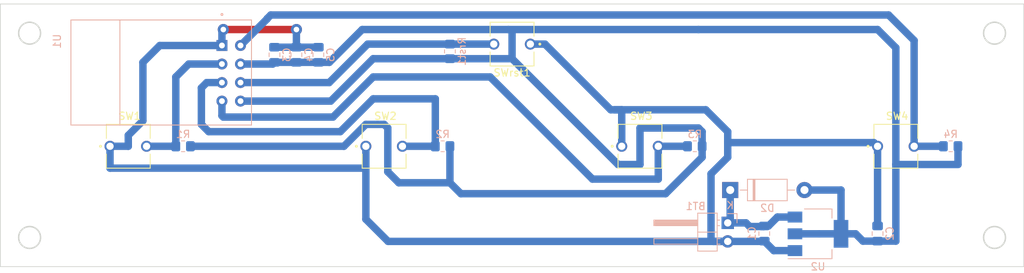
<source format=kicad_pcb>
(kicad_pcb (version 20211014) (generator pcbnew)
  (layers (0 "F.Cu" signal) (31 "B.Cu" signal) (34 "B.Paste" user) (35 "F.Paste" user) (36 "B.SilkS" user "B.Silkscreen") (37 "F.SilkS" user "F.Silkscreen") (38 "B.Mask" user) (39 "F.Mask" user) (44 "Edge.Cuts" user))
  (net 0 "")
  (net 1 "+5V")
  (net 2 "GND")
  (net 3 "+3.3V")
  (net 4 "BUTTON1")
  (net 5 "BUTTON2")
  (net 6 "BUTTON3")
  (net 7 "BUTTON4")
  (net 8 "RST")
  (footprint "BUTT-2:SW_BUTT-2" (layer "F.Cu") (at 47.5 118.5)
    (fp_text reference "SW1" (at 0.175 -4.135) (layer "F.SilkS"))
    (fp_text value "SW_Push")
    (fp_line (start -3 -1.075) (end -3 -3) (layer "F.SilkS") (width 0.127))
    (fp_line (start -3 -3) (end 3 -3) (layer "F.SilkS") (width 0.127))
    (fp_line (start 3 1.075) (end 3 3) (layer "F.SilkS") (width 0.127))
    (fp_line (start 3 -3) (end 3 -1.075) (layer "F.SilkS") (width 0.127))
    (fp_line (start -3 3) (end -3 1.075) (layer "F.SilkS") (width 0.127))
    (fp_line (start 3 3) (end -3 3) (layer "F.SilkS") (width 0.127))
    (fp_circle (center -3.8 0) (end -3.7 0) (layer "F.SilkS") (width 0.2) (fill none))
    (pad "1" thru_hole circle locked (at -2.5 0) (size 1.508 1.508) (drill 1) (layers *.Cu *.Mask) (net 2 "GND"))
    (pad "2" thru_hole circle locked (at 2.5 0) (size 1.508 1.508) (drill 1) (layers *.Cu *.Mask) (net 4 "BUTTON1"))
  )
  (footprint "BUTT-2:SW_BUTT-2" (layer "F.Cu") (at 100 104.5 180)
    (fp_text reference "SWrst1" (at 0 -3.92) (layer "F.SilkS"))
    (fp_text value "SW_Push")
    (fp_line (start 3 3) (end -3 3) (layer "F.SilkS") (width 0.127))
    (fp_line (start -3 -3) (end 3 -3) (layer "F.SilkS") (width 0.127))
    (fp_line (start -3 -1.075) (end -3 -3) (layer "F.SilkS") (width 0.127))
    (fp_line (start 3 -3) (end 3 -1.075) (layer "F.SilkS") (width 0.127))
    (fp_line (start 3 1.075) (end 3 3) (layer "F.SilkS") (width 0.127))
    (fp_line (start -3 3) (end -3 1.075) (layer "F.SilkS") (width 0.127))
    (fp_circle (center -3.8 0) (end -3.7 0) (layer "F.SilkS") (width 0.2) (fill none))
    (pad "1" thru_hole circle locked (at -2.5 0 180) (size 1.508 1.508) (drill 1) (layers *.Cu *.Mask) (net 2 "GND"))
    (pad "2" thru_hole circle locked (at 2.5 0 180) (size 1.508 1.508) (drill 1) (layers *.Cu *.Mask) (net 8 "RST"))
  )
  (footprint "BUTT-2:SW_BUTT-2" (layer "F.Cu") (at 82.5 118.5)
    (fp_text reference "SW2" (at 0.175 -4.135) (layer "F.SilkS"))
    (fp_text value "SW_Push")
    (fp_line (start -3 -1.075) (end -3 -3) (layer "F.SilkS") (width 0.127))
    (fp_line (start -3 3) (end -3 1.075) (layer "F.SilkS") (width 0.127))
    (fp_line (start 3 -3) (end 3 -1.075) (layer "F.SilkS") (width 0.127))
    (fp_line (start -3 -3) (end 3 -3) (layer "F.SilkS") (width 0.127))
    (fp_line (start 3 3) (end -3 3) (layer "F.SilkS") (width 0.127))
    (fp_line (start 3 1.075) (end 3 3) (layer "F.SilkS") (width 0.127))
    (fp_circle (center -3.8 0) (end -3.7 0) (layer "F.SilkS") (width 0.2) (fill none))
    (pad "1" thru_hole circle locked (at -2.5 0) (size 1.508 1.508) (drill 1) (layers *.Cu *.Mask) (net 2 "GND"))
    (pad "2" thru_hole circle locked (at 2.5 0) (size 1.508 1.508) (drill 1) (layers *.Cu *.Mask) (net 5 "BUTTON2"))
  )
  (footprint "BUTT-2:SW_BUTT-2" (layer "F.Cu") (at 152.5 118.5)
    (fp_text reference "SW4" (at 0.175 -4.135) (layer "F.SilkS"))
    (fp_text value "SW_Push")
    (fp_line (start 3 1.075) (end 3 3) (layer "F.SilkS") (width 0.127))
    (fp_line (start 3 3) (end -3 3) (layer "F.SilkS") (width 0.127))
    (fp_line (start 3 -3) (end 3 -1.075) (layer "F.SilkS") (width 0.127))
    (fp_line (start -3 3) (end -3 1.075) (layer "F.SilkS") (width 0.127))
    (fp_line (start -3 -1.075) (end -3 -3) (layer "F.SilkS") (width 0.127))
    (fp_line (start -3 -3) (end 3 -3) (layer "F.SilkS") (width 0.127))
    (fp_circle (center -3.8 0) (end -3.7 0) (layer "F.SilkS") (width 0.2) (fill none))
    (pad "1" thru_hole circle locked (at -2.5 0) (size 1.508 1.508) (drill 1) (layers *.Cu *.Mask) (net 2 "GND"))
    (pad "2" thru_hole circle locked (at 2.5 0) (size 1.508 1.508) (drill 1) (layers *.Cu *.Mask) (net 7 "BUTTON4"))
  )
  (footprint "BUTT-2:SW_BUTT-2" (layer "F.Cu") (at 117.5 118.5)
    (fp_text reference "SW3" (at 0.175 -4.135) (layer "F.SilkS"))
    (fp_text value "SW_Push")
    (fp_line (start 3 1.075) (end 3 3) (layer "F.SilkS") (width 0.127))
    (fp_line (start -3 -1.075) (end -3 -3) (layer "F.SilkS") (width 0.127))
    (fp_line (start 3 3) (end -3 3) (layer "F.SilkS") (width 0.127))
    (fp_line (start -3 -3) (end 3 -3) (layer "F.SilkS") (width 0.127))
    (fp_line (start 3 -3) (end 3 -1.075) (layer "F.SilkS") (width 0.127))
    (fp_line (start -3 3) (end -3 1.075) (layer "F.SilkS") (width 0.127))
    (fp_circle (center -3.8 0) (end -3.7 0) (layer "F.SilkS") (width 0.2) (fill none))
    (pad "1" thru_hole circle locked (at -2.5 0) (size 1.508 1.508) (drill 1) (layers *.Cu *.Mask) (net 2 "GND"))
    (pad "2" thru_hole circle locked (at 2.5 0) (size 1.508 1.508) (drill 1) (layers *.Cu *.Mask) (net 6 "BUTTON3"))
  )
  (footprint "Package_TO_SOT_SMD:SOT-223-3_TabPin2" (layer "B.Cu") (at 141.85 130.5)
    (fp_text reference "U2" (at 0 4.5) (layer "B.SilkS") (effects (justify mirror)))
    (fp_text value "AMS1117-3.3")
    (fp_line (start 1.91 -3.41) (end 1.91 -2.15) (layer "B.SilkS") (width 0.12))
    (fp_line (start -4.1 3.41) (end 1.91 3.41) (layer "B.SilkS") (width 0.12))
    (fp_line (start 1.91 3.41) (end 1.91 2.15) (layer "B.SilkS") (width 0.12))
    (fp_line (start -1.85 -3.41) (end 1.91 -3.41) (layer "B.SilkS") (width 0.12))
    (pad "1" smd rect (at -3.15 2.3) (size 2 1.5) (layers "B.Cu" "B.Paste" "B.Mask") (net 2 "GND"))
    (pad "2" smd rect (at 3.15 0) (size 2 3.8) (layers "B.Cu" "B.Paste" "B.Mask") (net 3 "+3.3V"))
    (pad "2" smd rect (at -3.15 0) (size 2 1.5) (layers "B.Cu" "B.Paste" "B.Mask") (net 3 "+3.3V"))
    (pad "3" smd rect (at -3.15 -2.3) (size 2 1.5) (layers "B.Cu" "B.Paste" "B.Mask") (net 1 "+5V"))
  )
  (footprint "Connector_PinHeader_2.54mm:PinHeader_1x02_P2.54mm_Horizontal" (layer "B.Cu") (at 129.5 129 180)
    (fp_text reference "BT1" (at 4.385 2.27) (layer "B.SilkS") (effects (justify mirror)))
    (fp_text value "Battery_Cell")
    (fp_line (start 4.1 -2.16) (end 10.1 -2.16) (layer "B.SilkS") (width 0.12))
    (fp_line (start 4.1 -3.87) (end 4.1 1.33) (layer "B.SilkS") (width 0.12))
    (fp_line (start 4.1 1.33) (end 1.44 1.33) (layer "B.SilkS") (width 0.12))
    (fp_line (start 1.11 -0.38) (end 1.44 -0.38) (layer "B.SilkS") (width 0.12))
    (fp_line (start 1.042929 -2.16) (end 1.44 -2.16) (layer "B.SilkS") (width 0.12))
    (fp_line (start 4.1 -0.16) (end 10.1 -0.16) (layer "B.SilkS") (width 0.12))
    (fp_line (start 1.44 -1.27) (end 4.1 -1.27) (layer "B.SilkS") (width 0.12))
    (fp_line (start 10.1 0.38) (end 10.1 -0.38) (layer "B.SilkS") (width 0.12))
    (fp_line (start -1.27 0) (end -1.27 1.27) (layer "B.SilkS") (width 0.12))
    (fp_line (start 4.1 -0.04) (end 10.1 -0.04) (layer "B.SilkS") (width 0.12))
    (fp_line (start 4.1 -0.28) (end 10.1 -0.28) (layer "B.SilkS") (width 0.12))
    (fp_line (start 4.1 0.2) (end 10.1 0.2) (layer "B.SilkS") (width 0.12))
    (fp_line (start 10.1 -2.16) (end 10.1 -2.92) (layer "B.SilkS") (width 0.12))
    (fp_line (start 1.11 0.38) (end 1.44 0.38) (layer "B.SilkS") (width 0.12))
    (fp_line (start 1.44 1.33) (end 1.44 -3.87) (layer "B.SilkS") (width 0.12))
    (fp_line (start 1.042929 -2.92) (end 1.44 -2.92) (layer "B.SilkS") (width 0.12))
    (fp_line (start -1.27 1.27) (end 0 1.27) (layer "B.SilkS") (width 0.12))
    (fp_line (start 1.44 -3.87) (end 4.1 -3.87) (layer "B.SilkS") (width 0.12))
    (fp_line (start 4.1 0.32) (end 10.1 0.32) (layer "B.SilkS") (width 0.12))
    (fp_line (start 10.1 -0.38) (end 4.1 -0.38) (layer "B.SilkS") (width 0.12))
    (fp_line (start 4.1 0.38) (end 10.1 0.38) (layer "B.SilkS") (width 0.12))
    (fp_line (start 4.1 0.08) (end 10.1 0.08) (layer "B.SilkS") (width 0.12))
    (fp_line (start 10.1 -2.92) (end 4.1 -2.92) (layer "B.SilkS") (width 0.12))
    (pad "1" thru_hole rect (at 0 0 180) (size 1.7 1.7) (drill 1) (layers *.Cu *.Mask) (net 1 "+5V"))
    (pad "2" thru_hole oval (at 0 -2.54 180) (size 1.7 1.7) (drill 1) (layers *.Cu *.Mask) (net 2 "GND"))
  )
  (footprint "Capacitor_SMD:C_0805_2012Metric_Pad1.18x1.45mm_HandSolder" (layer "B.Cu") (at 70.5 105.9625 90)
    (fp_text reference "C4" (at 0 1.68 90) (layer "B.SilkS") (effects (justify mirror)))
    (fp_text value "100nF")
    (fp_line (start -0.261252 0.735) (end 0.261252 0.735) (layer "B.SilkS") (width 0.12))
    (fp_line (start -0.261252 -0.735) (end 0.261252 -0.735) (layer "B.SilkS") (width 0.12))
    (pad "1" smd roundrect (at -1.0375 0 90) (size 1.175 1.45) (layers "B.Cu" "B.Paste" "B.Mask") (roundrect_rratio 0.2127659574) (net 3 "+3.3V"))
    (pad "2" smd roundrect (at 1.0375 0 90) (size 1.175 1.45) (layers "B.Cu" "B.Paste" "B.Mask") (roundrect_rratio 0.2127659574) (net 2 "GND"))
  )
  (footprint "Resistor_SMD:R_0805_2012Metric_Pad1.20x1.40mm_HandSolder" (layer "B.Cu") (at 91.5 105.5 90)
    (fp_text reference "Rrst1" (at 0 1.65 90) (layer "B.SilkS") (effects (justify mirror)))
    (fp_text value "R_Small")
    (fp_line (start -0.227064 0.735) (end 0.227064 0.735) (layer "B.SilkS") (width 0.12))
    (fp_line (start -0.227064 -0.735) (end 0.227064 -0.735) (layer "B.SilkS") (width 0.12))
    (pad "1" smd roundrect (at -1 0 90) (size 1.2 1.4) (layers "B.Cu" "B.Paste" "B.Mask") (roundrect_rratio 0.208333) (net 3 "+3.3V"))
    (pad "2" smd roundrect (at 1 0 90) (size 1.2 1.4) (layers "B.Cu" "B.Paste" "B.Mask") (roundrect_rratio 0.208333) (net 8 "RST"))
  )
  (footprint "Resistor_SMD:R_0805_2012Metric_Pad1.20x1.40mm_HandSolder" (layer "B.Cu") (at 55 118.5 180)
    (fp_text reference "R1" (at 0 1.65) (layer "B.SilkS") (effects (justify mirror)))
    (fp_text value "R_Small")
    (fp_line (start -0.227064 -0.735) (end 0.227064 -0.735) (layer "B.SilkS") (width 0.12))
    (fp_line (start -0.227064 0.735) (end 0.227064 0.735) (layer "B.SilkS") (width 0.12))
    (pad "1" smd roundrect (at -1 0 180) (size 1.2 1.4) (layers "B.Cu" "B.Paste" "B.Mask") (roundrect_rratio 0.208333) (net 3 "+3.3V"))
    (pad "2" smd roundrect (at 1 0 180) (size 1.2 1.4) (layers "B.Cu" "B.Paste" "B.Mask") (roundrect_rratio 0.208333) (net 4 "BUTTON1"))
  )
  (footprint "Capacitor_SMD:C_0805_2012Metric_Pad1.18x1.45mm_HandSolder" (layer "B.Cu") (at 73.5 105.9625 90)
    (fp_text reference "C5" (at 0 1.68 90) (layer "B.SilkS") (effects (justify mirror)))
    (fp_text value "1nF")
    (fp_line (start -0.261252 -0.735) (end 0.261252 -0.735) (layer "B.SilkS") (width 0.12))
    (fp_line (start -0.261252 0.735) (end 0.261252 0.735) (layer "B.SilkS") (width 0.12))
    (pad "1" smd roundrect (at -1.0375 0 90) (size 1.175 1.45) (layers "B.Cu" "B.Paste" "B.Mask") (roundrect_rratio 0.2127659574) (net 3 "+3.3V"))
    (pad "2" smd roundrect (at 1.0375 0 90) (size 1.175 1.45) (layers "B.Cu" "B.Paste" "B.Mask") (roundrect_rratio 0.2127659574) (net 2 "GND"))
  )
  (footprint "Diode_THT:D_DO-41_SOD81_P10.16mm_Horizontal" (layer "B.Cu") (at 129.84 124.5)
    (fp_text reference "D2" (at 5.08 2.47) (layer "B.SilkS") (effects (justify mirror)))
    (fp_text value "1N4001")
    (fp_text user "K" (at 0 2.1) (layer "B.SilkS") (effects (justify mirror)))
    (fp_line (start 7.8 -1.47) (end 7.8 1.47) (layer "B.SilkS") (width 0.12))
    (fp_line (start 3.14 1.47) (end 3.14 -1.47) (layer "B.SilkS") (width 0.12))
    (fp_line (start 1.34 0) (end 2.36 0) (layer "B.SilkS") (width 0.12))
    (fp_line (start 8.82 0) (end 7.8 0) (layer "B.SilkS") (width 0.12))
    (fp_line (start 7.8 1.47) (end 2.36 1.47) (layer "B.SilkS") (width 0.12))
    (fp_line (start 3.38 1.47) (end 3.38 -1.47) (layer "B.SilkS") (width 0.12))
    (fp_line (start 2.36 1.47) (end 2.36 -1.47) (layer "B.SilkS") (width 0.12))
    (fp_line (start 3.26 1.47) (end 3.26 -1.47) (layer "B.SilkS") (width 0.12))
    (fp_line (start 2.36 -1.47) (end 7.8 -1.47) (layer "B.SilkS") (width 0.12))
    (pad "1" thru_hole rect (at 0 0) (size 2.2 2.2) (drill 1.1) (layers *.Cu *.Mask) (net 1 "+5V"))
    (pad "2" thru_hole oval (at 10.16 0) (size 2.2 2.2) (drill 1.1) (layers *.Cu *.Mask) (net 3 "+3.3V"))
  )
  (footprint "Resistor_SMD:R_0805_2012Metric_Pad1.20x1.40mm_HandSolder" (layer "B.Cu") (at 160 118.5 180)
    (fp_text reference "R4" (at 0 1.65) (layer "B.SilkS") (effects (justify mirror)))
    (fp_text value "R_Small")
    (fp_line (start -0.227064 0.735) (end 0.227064 0.735) (layer "B.SilkS") (width 0.12))
    (fp_line (start -0.227064 -0.735) (end 0.227064 -0.735) (layer "B.SilkS") (width 0.12))
    (pad "1" smd roundrect (at -1 0 180) (size 1.2 1.4) (layers "B.Cu" "B.Paste" "B.Mask") (roundrect_rratio 0.208333) (net 3 "+3.3V"))
    (pad "2" smd roundrect (at 1 0 180) (size 1.2 1.4) (layers "B.Cu" "B.Paste" "B.Mask") (roundrect_rratio 0.208333) (net 7 "BUTTON4"))
  )
  (footprint "Resistor_SMD:R_0805_2012Metric_Pad1.20x1.40mm_HandSolder" (layer "B.Cu") (at 90.5 118.5 180)
    (fp_text reference "R2" (at 0 1.65) (layer "B.SilkS") (effects (justify mirror)))
    (fp_text value "R_Small")
    (fp_line (start -0.227064 -0.735) (end 0.227064 -0.735) (layer "B.SilkS") (width 0.12))
    (fp_line (start -0.227064 0.735) (end 0.227064 0.735) (layer "B.SilkS") (width 0.12))
    (pad "1" smd roundrect (at -1 0 180) (size 1.2 1.4) (layers "B.Cu" "B.Paste" "B.Mask") (roundrect_rratio 0.208333) (net 3 "+3.3V"))
    (pad "2" smd roundrect (at 1 0 180) (size 1.2 1.4) (layers "B.Cu" "B.Paste" "B.Mask") (roundrect_rratio 0.208333) (net 5 "BUTTON2"))
  )
  (footprint "Capacitor_SMD:C_0805_2012Metric_Pad1.18x1.45mm_HandSolder" (layer "B.Cu") (at 150 130.4625 90)
    (fp_text reference "C2" (at 0 1.68 90) (layer "B.SilkS") (effects (justify mirror)))
    (fp_text value "22uF")
    (fp_line (start -0.261252 0.735) (end 0.261252 0.735) (layer "B.SilkS") (width 0.12))
    (fp_line (start -0.261252 -0.735) (end 0.261252 -0.735) (layer "B.SilkS") (width 0.12))
    (pad "1" smd roundrect (at -1.0375 0 90) (size 1.175 1.45) (layers "B.Cu" "B.Paste" "B.Mask") (roundrect_rratio 0.212766) (net 3 "+3.3V"))
    (pad "2" smd roundrect (at 1.0375 0 90) (size 1.175 1.45) (layers "B.Cu" "B.Paste" "B.Mask") (roundrect_rratio 0.212766) (net 2 "GND"))
  )
  (footprint "Capacitor_SMD:C_0805_2012Metric_Pad1.18x1.45mm_HandSolder" (layer "B.Cu") (at 67.5 105.9625 90)
    (fp_text reference "C3" (at 0 1.68 90) (layer "B.SilkS") (effects (justify mirror)))
    (fp_text value "10uF")
    (fp_line (start -0.261252 0.735) (end 0.261252 0.735) (layer "B.SilkS") (width 0.12))
    (fp_line (start -0.261252 -0.735) (end 0.261252 -0.735) (layer "B.SilkS") (width 0.12))
    (pad "1" smd roundrect (at -1.0375 0 90) (size 1.175 1.45) (layers "B.Cu" "B.Paste" "B.Mask") (roundrect_rratio 0.2127659574) (net 3 "+3.3V"))
    (pad "2" smd roundrect (at 1.0375 0 90) (size 1.175 1.45) (layers "B.Cu" "B.Paste" "B.Mask") (roundrect_rratio 0.2127659574) (net 2 "GND"))
  )
  (footprint "Resistor_SMD:R_0805_2012Metric_Pad1.20x1.40mm_HandSolder" (layer "B.Cu") (at 125 118.5 180)
    (fp_text reference "R3" (at 0 1.65) (layer "B.SilkS") (effects (justify mirror)))
    (fp_text value "R_Small")
    (fp_line (start -0.227064 -0.735) (end 0.227064 -0.735) (layer "B.SilkS") (width 0.12))
    (fp_line (start -0.227064 0.735) (end 0.227064 0.735) (layer "B.SilkS") (width 0.12))
    (pad "1" smd roundrect (at -1 0 180) (size 1.2 1.4) (layers "B.Cu" "B.Paste" "B.Mask") (roundrect_rratio 0.208333) (net 3 "+3.3V"))
    (pad "2" smd roundrect (at 1 0 180) (size 1.2 1.4) (layers "B.Cu" "B.Paste" "B.Mask") (roundrect_rratio 0.208333) (net 6 "BUTTON3"))
  )
  (footprint "ESP8266:XCVR_ESP8266-01_ESP-01" (layer "B.Cu") (at 52 108.5 -90)
    (fp_text reference "U1" (at -4.385 14.235 90) (layer "B.SilkS") (effects (justify mirror)))
    (fp_text value "ESP8266-01/ESP-01")
    (fp_line (start 7.09 5.65) (end 7.09 -12.35) (layer "B.SilkS") (width 0.127))
    (fp_line (start 7.09 5.65) (end -7.31 5.65) (layer "B.SilkS") (width 0.127))
    (fp_line (start 7.09 -12.35) (end -7.31 -12.35) (layer "B.SilkS") (width 0.127))
    (fp_line (start 7.09 12.35) (end 7.09 5.65) (layer "B.SilkS") (width 0.127))
    (fp_line (start -7.31 12.35) (end 7.09 12.35) (layer "B.SilkS") (width 0.127))
    (fp_line (start -7.31 5.65) (end -7.31 12.35) (layer "B.SilkS") (width 0.127))
    (fp_line (start -7.31 -12.35) (end -7.31 5.65) (layer "B.SilkS") (width 0.127))
    (fp_circle (center -8.06 -8.31) (end -7.96 -8.31) (layer "B.SilkS") (width 0.2) (fill none))
    (pad "1" thru_hole rect (at -3.81 -8.31 270) (size 1.5 1.5) (drill 0.8) (layers *.Cu *.Mask) (net 2 "GND"))
    (pad "2" thru_hole circle (at -1.27 -8.31 270) (size 1.5 1.5) (drill 0.8) (layers *.Cu *.Mask) (net 4 "BUTTON1"))
    (pad "3" thru_hole circle (at 1.27 -8.31 270) (size 1.5 1.5) (drill 0.8) (layers *.Cu *.Mask) (net 5 "BUTTON2"))
    (pad "4" thru_hole circle (at 3.81 -8.31 270) (size 1.5 1.5) (drill 0.8) (layers *.Cu *.Mask) (net 6 "BUTTON3"))
    (pad "5" thru_hole circle (at -3.81 -10.85 270) (size 1.5 1.5) (drill 0.8) (layers *.Cu *.Mask) (net 7 "BUTTON4"))
    (pad "6" thru_hole circle (at -1.27 -10.85 270) (size 1.5 1.5) (drill 0.8) (layers *.Cu *.Mask) (net 3 "+3.3V"))
    (pad "7" thru_hole circle (at 1.27 -10.85 270) (size 1.5 1.5) (drill 0.8) (layers *.Cu *.Mask) (net 8 "RST"))
    (pad "8" thru_hole circle (at 3.81 -10.85 270) (size 1.5 1.5) (drill 0.8) (layers *.Cu *.Mask) (net 3 "+3.3V"))
  )
  (footprint "Capacitor_SMD:C_0805_2012Metric_Pad1.18x1.45mm_HandSolder" (layer "B.Cu") (at 134.5 130.4625 -90)
    (fp_text reference "C1" (at 0 1.68 90) (layer "B.SilkS") (effects (justify mirror)))
    (fp_text value "220uF")
    (fp_line (start -0.261252 0.735) (end 0.261252 0.735) (layer "B.SilkS") (width 0.12))
    (fp_line (start -0.261252 -0.735) (end 0.261252 -0.735) (layer "B.SilkS") (width 0.12))
    (pad "1" smd roundrect (at -1.0375 0 270) (size 1.175 1.45) (layers "B.Cu" "B.Paste" "B.Mask") (roundrect_rratio 0.212766) (net 1 "+5V"))
    (pad "2" smd roundrect (at 1.0375 0 270) (size 1.175 1.45) (layers "B.Cu" "B.Paste" "B.Mask") (roundrect_rratio 0.212766) (net 2 "GND"))
  )
  (gr_circle (center 166 103) (end 167.5 103) (layer "Edge.Cuts") (width 0.2) (fill none))
  (gr_circle (center 166 131) (end 167.5 131) (layer "Edge.Cuts") (width 0.2) (fill none))
  (gr_rect (start 30 99) (end 170 135) (layer "Edge.Cuts") (width 0.1) (fill none))
  (gr_circle (center 34 131) (end 35.5 131) (layer "Edge.Cuts") (width 0.2) (fill none))
  (gr_circle (center 34 103) (end 35.5 103) (layer "Edge.Cuts") (width 0.2) (fill none))
  (segment (start 132 129) (end 132.5 129.5) (width 1.016) (layer "B.Cu") (net 1))
  (segment (start 132.5 129.5) (end 134.425 129.5) (width 1.016) (layer "B.Cu") (net 1))
  (segment (start 129.5 129) (end 132 129) (width 1.016) (layer "B.Cu") (net 1))
  (segment (start 134.5 129.425) (end 135.075 129.425) (width 1.016) (layer "B.Cu") (net 1))
  (segment (start 134.425 129.5) (end 134.5 129.425) (width 1.016) (layer "B.Cu") (net 1))
  (segment (start 135.075 129.425) (end 136.3 128.2) (width 1.016) (layer "B.Cu") (net 1))
  (segment (start 129.84 124.5) (end 129.84 128.66) (width 1.016) (layer "B.Cu") (net 1))
  (segment (start 136.3 128.2) (end 138.7 128.2) (width 1.016) (layer "B.Cu") (net 1))
  (segment (start 129.84 128.66) (end 129.5 129) (width 1.016) (layer "B.Cu") (net 1))
  (segment (start 70.5 102.5) (end 60.5 102.5) (width 1.016) (layer "F.Cu") (net 2))
  (via (at 60.5 102.5) (size 1.524) (drill 0.762) (layers "F.Cu" "B.Cu") (net 2))
  (via (at 70.5 102.5) (size 1.524) (drill 0.762) (layers "F.Cu" "B.Cu") (net 2))
  (segment (start 129.5 120) (end 127.216 122.284) (width 1.016) (layer "B.Cu") (net 2))
  (segment (start 104.5 104.5) (end 102.5 104.5) (width 1.016) (layer "B.Cu") (net 2))
  (segment (start 80 118.5) (end 80 121.5) (width 1.016) (layer "B.Cu") (net 2))
  (segment (start 47.5 118.5) (end 45 118.5) (width 1.016) (layer "B.Cu") (net 2))
  (segment (start 114 113.5) (end 126.5 113.5) (width 1.016) (layer "B.Cu") (net 2))
  (segment (start 126.5 113.5) (end 129.5 116.5) (width 1.016) (layer "B.Cu") (net 2))
  (segment (start 60.31 102.69) (end 60.31 104.69) (width 1.016) (layer "B.Cu") (net 2))
  (segment (start 60.5 102.5) (end 60.31 102.69) (width 1.016) (layer "B.Cu") (net 2))
  (segment (start 60.31 104.69) (end 51.81 104.69) (width 1.016) (layer "B.Cu") (net 2))
  (segment (start 70.5 104.925) (end 70.5 102.5) (width 1.016) (layer "B.Cu") (net 2))
  (segment (start 80 128.5) (end 83.04 131.54) (width 1.016) (layer "B.Cu") (net 2))
  (segment (start 127.216 131.216) (end 127.54 131.54) (width 1.016) (layer "B.Cu") (net 2))
  (segment (start 49.5 107) (end 49.5 115) (width 1.016) (layer "B.Cu") (net 2))
  (segment (start 67.5 104.925) (end 70.5 104.925) (width 1.016) (layer "B.Cu") (net 2))
  (segment (start 129.5 118) (end 129.5 120) (width 1.016) (layer "B.Cu") (net 2))
  (segment (start 127.216 122.284) (end 127.216 131.216) (width 1.016) (layer "B.Cu") (net 2))
  (segment (start 47.5 117) (end 47.5 118.5) (width 1.016) (layer "B.Cu") (net 2))
  (segment (start 49.5 115) (end 47.5 117) (width 1.016) (layer "B.Cu") (net 2))
  (segment (start 134.5 131.5) (end 135.8 132.8) (width 1.016) (layer "B.Cu") (net 2))
  (segment (start 80 121.5) (end 80 128.5) (width 1.016) (layer "B.Cu") (net 2))
  (segment (start 113.5 113.5) (end 104.5 104.5) (width 1.016) (layer "B.Cu") (net 2))
  (segment (start 150 118.5) (end 150 129.425) (width 1.016) (layer "B.Cu") (net 2))
  (segment (start 83.04 131.54) (end 129.5 131.54) (width 1.016) (layer "B.Cu") (net 2))
  (segment (start 127.54 131.54) (end 129.5 131.54) (width 1.016) (layer "B.Cu") (net 2))
  (segment (start 115 118.5) (end 115 113.5) (width 1.016) (layer "B.Cu") (net 2))
  (segment (start 150 118.5) (end 149.5 118) (width 1.016) (layer "B.Cu") (net 2))
  (segment (start 45 121.5) (end 80 121.5) (width 1.016) (layer "B.Cu") (net 2))
  (segment (start 115 113.5) (end 113.5 113.5) (width 1.016) (layer "B.Cu") (net 2))
  (segment (start 129.5 131.54) (end 134.46 131.54) (width 1.016) (layer "B.Cu") (net 2))
  (segment (start 135.8 132.8) (end 138.7 132.8) (width 1.016) (layer "B.Cu") (net 2))
  (segment (start 129.5 116.5) (end 129.5 118) (width 1.016) (layer "B.Cu") (net 2))
  (segment (start 134.46 131.54) (end 134.5 131.5) (width 1.016) (layer "B.Cu") (net 2))
  (segment (start 51.81 104.69) (end 49.5 107) (width 1.016) (layer "B.Cu") (net 2))
  (segment (start 70.5 104.925) (end 73.5 104.925) (width 1.016) (layer "B.Cu") (net 2))
  (segment (start 45 118.5) (end 45 121.5) (width 1.016) (layer "B.Cu") (net 2))
  (segment (start 149.5 118) (end 129.5 118) (width 1.016) (layer "B.Cu") (net 2))
  (segment (start 140 124.5) (end 145 124.5) (width 1.016) (layer "B.Cu") (net 3))
  (segment (start 126 118.5) (end 126 116.5) (width 1.016) (layer "B.Cu") (net 3))
  (segment (start 142 130.5) (end 145 130.5) (width 1.016) (layer "B.Cu") (net 3))
  (segment (start 125.5 102.5) (end 99.5 102.5) (width 1.016) (layer "B.Cu") (net 3))
  (segment (start 100 106.5) (end 100 102.75) (width 1.016) (layer "B.Cu") (net 3))
  (segment (start 145 124.5) (end 145 130.5) (width 1.016) (layer "B.Cu") (net 3))
  (segment (start 150 131.5) (end 152.5 131.5) (width 1.016) (layer "B.Cu") (net 3))
  (segment (start 80 115.5) (end 82.5 115.5) (width 1.016) (layer "B.Cu") (net 3))
  (segment (start 79.5 102.5) (end 75 107) (width 1.016) (layer "B.Cu") (net 3))
  (segment (start 148 131.5) (end 147 130.5) (width 1.016) (layer "B.Cu") (net 3))
  (segment (start 83 122) (end 84.5 123.5) (width 1.016) (layer "B.Cu") (net 3))
  (segment (start 77 118.5) (end 80 115.5) (width 1.016) (layer "B.Cu") (net 3))
  (segment (start 67.5 107) (end 70.5 107) (width 1.016) (layer "B.Cu") (net 3))
  (segment (start 125.5 116) (end 117.5 116) (width 1.016) (layer "B.Cu") (net 3))
  (segment (start 125.5 102.5) (end 150 102.5) (width 1.016) (layer "B.Cu") (net 3))
  (segment (start 152.5 131.5) (end 152.5 121) (width 1.016) (layer "B.Cu") (net 3))
  (segment (start 126 116.5) (end 125.5 116) (width 1.016) (layer "B.Cu") (net 3))
  (segment (start 117.5 116) (end 117.5 121) (width 1.016) (layer "B.Cu") (net 3))
  (segment (start 84.5 123.5) (end 91.5 123.5) (width 1.016) (layer "B.Cu") (net 3))
  (segment (start 152.5 121) (end 161 121) (width 1.016) (layer "B.Cu") (net 3))
  (segment (start 117.5 121) (end 114.5 121) (width 1.016) (layer "B.Cu") (net 3))
  (segment (start 82.5 115.5) (end 83 116) (width 1.016) (layer "B.Cu") (net 3))
  (segment (start 93 125) (end 121 125) (width 1.016) (layer "B.Cu") (net 3))
  (segment (start 91.5 118.5) (end 91.5 123.5) (width 1.016) (layer "B.Cu") (net 3))
  (segment (start 56 118.5) (end 77 118.5) (width 1.016) (layer "B.Cu") (net 3))
  (segment (start 91.5 106.5) (end 100 106.5) (width 1.016) (layer "B.Cu") (net 3))
  (segment (start 83 116) (end 83 122) (width 1.016) (layer "B.Cu") (net 3))
  (segment (start 152.5 105) (end 152.5 121) (width 1.016) (layer "B.Cu") (net 3))
  (segment (start 126 120) (end 126 118.5) (width 1.016) (layer "B.Cu") (net 3))
  (segment (start 91.5 123.5) (end 93 125) (width 1.016) (layer "B.Cu") (net 3))
  (segment (start 75.19 112.31) (end 81 106.5) (width 1.016) (layer "B.Cu") (net 3))
  (segment (start 70.5 107) (end 73.5 107) (width 1.016) (layer "B.Cu") (net 3))
  (segment (start 81 106.5) (end 91.5 106.5) (width 1.016) (layer "B.Cu") (net 3))
  (segment (start 99.5 102.5) (end 79.5 102.5) (width 1.016) (layer "B.Cu") (net 3))
  (segment (start 121 125) (end 126 120) (width 1.016) (layer "B.Cu") (net 3))
  (segment (start 150 102.5) (end 152.5 105) (width 1.016) (layer "B.Cu") (net 3))
  (segment (start 161 121) (end 161 118.5) (width 1.016) (layer "B.Cu") (net 3))
  (segment (start 75 107) (end 73.5 107) (width 1.016) (layer "B.Cu") (net 3))
  (segment (start 114.5 121) (end 100 106.5) (width 1.016) (layer "B.Cu") (net 3))
  (segment (start 150 131.5) (end 148 131.5) (width 1.016) (layer "B.Cu") (net 3))
  (segment (start 62.85 107.23) (end 67.27 107.23) (width 1.016) (layer "B.Cu") (net 3))
  (segment (start 67.27 107.23) (end 67.5 107) (width 1.016) (layer "B.Cu") (net 3))
  (segment (start 138.7 130.5) (end 142 130.5) (width 1.016) (layer "B.Cu") (net 3))
  (segment (start 62.85 112.31) (end 75.19 112.31) (width 1.016) (layer "B.Cu") (net 3))
  (segment (start 147 130.5) (end 145 130.5) (width 1.016) (layer "B.Cu") (net 3))
  (segment (start 54 109) (end 54 118.5) (width 1.016) (layer "B.Cu") (net 4))
  (segment (start 54 118.5) (end 50 118.5) (width 1.016) (layer "B.Cu") (net 4))
  (segment (start 60.31 107.23) (end 55.77 107.23) (width 1.016) (layer "B.Cu") (net 4))
  (segment (start 55.77 107.23) (end 54 109) (width 1.016) (layer "B.Cu") (net 4))
  (segment (start 57.5 115.5) (end 58.5 116.5) (width 1.016) (layer "B.Cu") (net 5))
  (segment (start 57.5 110.5) (end 57.5 115.5) (width 1.016) (layer "B.Cu") (net 5))
  (segment (start 89.5 112) (end 89.5 118.5) (width 1.016) (layer "B.Cu") (net 5))
  (segment (start 60.31 109.77) (end 58.23 109.77) (width 1.016) (layer "B.Cu") (net 5))
  (segment (start 58.5 116.5) (end 76.5 116.5) (width 1.016) (layer "B.Cu") (net 5))
  (segment (start 89.5 118.5) (end 85 118.5) (width 1.016) (layer "B.Cu") (net 5))
  (segment (start 76.5 116.5) (end 81 112) (width 1.016) (layer "B.Cu") (net 5))
  (segment (start 81 112) (end 89.5 112) (width 1.016) (layer "B.Cu") (net 5))
  (segment (start 58.23 109.77) (end 57.5 110.5) (width 1.016) (layer "B.Cu") (net 5))
  (segment (start 75.5 114.5) (end 81 109) (width 1.016) (layer "B.Cu") (net 6))
  (segment (start 60.31 114.31) (end 60.5 114.5) (width 1.016) (layer "B.Cu") (net 6))
  (segment (start 97 109) (end 111 123) (width 1.016) (layer "B.Cu") (net 6))
  (segment (start 81 109) (end 97 109) (width 1.016) (layer "B.Cu") (net 6))
  (segment (start 124 118.5) (end 120 118.5) (width 1.016) (layer "B.Cu") (net 6))
  (segment (start 60.5 114.5) (end 75.5 114.5) (width 1.016) (layer "B.Cu") (net 6))
  (segment (start 60.31 112.31) (end 60.31 114.31) (width 1.016) (layer "B.Cu") (net 6))
  (segment (start 120 123) (end 120 118.5) (width 1.016) (layer "B.Cu") (net 6))
  (segment (start 111 123) (end 120 123) (width 1.016) (layer "B.Cu") (net 6))
  (segment (start 155 118.5) (end 159 118.5) (width 1.016) (layer "B.Cu") (net 7))
  (segment (start 66.992 100.508) (end 151.508 100.508) (width 1.016) (layer "B.Cu") (net 7))
  (segment (start 66.5 101) (end 66.992 100.508) (width 1.016) (layer "B.Cu") (net 7))
  (segment (start 66.5 101.04) (end 66.5 101) (width 1.016) (layer "B.Cu") (net 7))
  (segment (start 151.508 100.508) (end 155 104) (width 1.016) (layer "B.Cu") (net 7))
  (segment (start 155 104) (end 155 118.5) (width 1.016) (layer "B.Cu") (net 7))
  (segment (start 62.85 104.69) (end 66.5 101.04) (width 1.016) (layer "B.Cu") (net 7))
  (segment (start 91.5 104.5) (end 97.5 104.5) (width 1.016) (layer "B.Cu") (net 8))
  (segment (start 74.98 109.77) (end 80.25 104.5) (width 1.016) (layer "B.Cu") (net 8))
  (segment (start 62.85 109.77) (end 74.98 109.77) (width 1.016) (layer "B.Cu") (net 8))
  (segment (start 80.25 104.5) (end 91.5 104.5) (width 1.016) (layer "B.Cu") (net 8))
)
</source>
